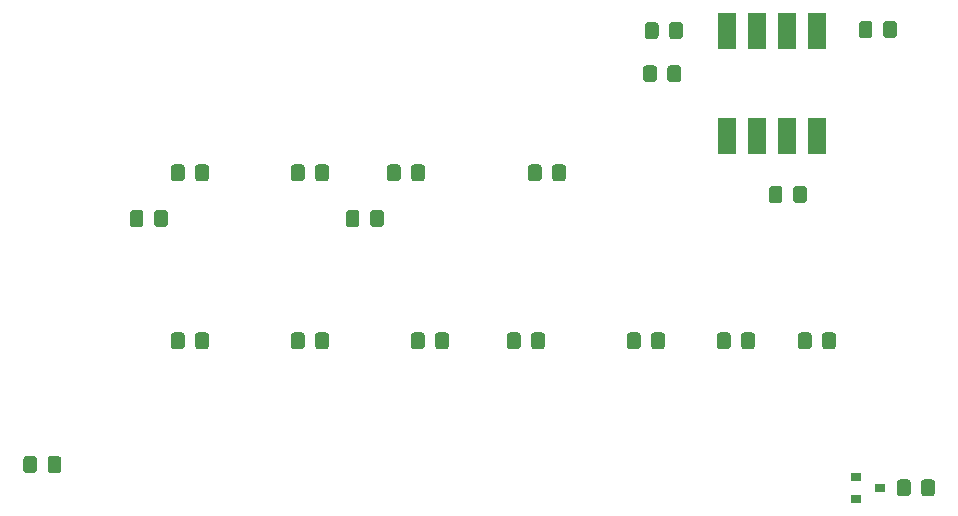
<source format=gbr>
G04 #@! TF.GenerationSoftware,KiCad,Pcbnew,(5.1.5-0-10_14)*
G04 #@! TF.CreationDate,2020-09-12T12:44:00+03:00*
G04 #@! TF.ProjectId,midi_splitter,6d696469-5f73-4706-9c69-747465722e6b,rev?*
G04 #@! TF.SameCoordinates,Original*
G04 #@! TF.FileFunction,Paste,Top*
G04 #@! TF.FilePolarity,Positive*
%FSLAX46Y46*%
G04 Gerber Fmt 4.6, Leading zero omitted, Abs format (unit mm)*
G04 Created by KiCad (PCBNEW (5.1.5-0-10_14)) date 2020-09-12 12:44:00*
%MOMM*%
%LPD*%
G04 APERTURE LIST*
%ADD10C,0.100000*%
%ADD11R,1.600000X3.100000*%
%ADD12R,0.900000X0.800000*%
G04 APERTURE END LIST*
D10*
G36*
X165124505Y-95151204D02*
G01*
X165148773Y-95154804D01*
X165172572Y-95160765D01*
X165195671Y-95169030D01*
X165217850Y-95179520D01*
X165238893Y-95192132D01*
X165258599Y-95206747D01*
X165276777Y-95223223D01*
X165293253Y-95241401D01*
X165307868Y-95261107D01*
X165320480Y-95282150D01*
X165330970Y-95304329D01*
X165339235Y-95327428D01*
X165345196Y-95351227D01*
X165348796Y-95375495D01*
X165350000Y-95399999D01*
X165350000Y-96300001D01*
X165348796Y-96324505D01*
X165345196Y-96348773D01*
X165339235Y-96372572D01*
X165330970Y-96395671D01*
X165320480Y-96417850D01*
X165307868Y-96438893D01*
X165293253Y-96458599D01*
X165276777Y-96476777D01*
X165258599Y-96493253D01*
X165238893Y-96507868D01*
X165217850Y-96520480D01*
X165195671Y-96530970D01*
X165172572Y-96539235D01*
X165148773Y-96545196D01*
X165124505Y-96548796D01*
X165100001Y-96550000D01*
X164449999Y-96550000D01*
X164425495Y-96548796D01*
X164401227Y-96545196D01*
X164377428Y-96539235D01*
X164354329Y-96530970D01*
X164332150Y-96520480D01*
X164311107Y-96507868D01*
X164291401Y-96493253D01*
X164273223Y-96476777D01*
X164256747Y-96458599D01*
X164242132Y-96438893D01*
X164229520Y-96417850D01*
X164219030Y-96395671D01*
X164210765Y-96372572D01*
X164204804Y-96348773D01*
X164201204Y-96324505D01*
X164200000Y-96300001D01*
X164200000Y-95399999D01*
X164201204Y-95375495D01*
X164204804Y-95351227D01*
X164210765Y-95327428D01*
X164219030Y-95304329D01*
X164229520Y-95282150D01*
X164242132Y-95261107D01*
X164256747Y-95241401D01*
X164273223Y-95223223D01*
X164291401Y-95206747D01*
X164311107Y-95192132D01*
X164332150Y-95179520D01*
X164354329Y-95169030D01*
X164377428Y-95160765D01*
X164401227Y-95154804D01*
X164425495Y-95151204D01*
X164449999Y-95150000D01*
X165100001Y-95150000D01*
X165124505Y-95151204D01*
G37*
G36*
X163074505Y-95151204D02*
G01*
X163098773Y-95154804D01*
X163122572Y-95160765D01*
X163145671Y-95169030D01*
X163167850Y-95179520D01*
X163188893Y-95192132D01*
X163208599Y-95206747D01*
X163226777Y-95223223D01*
X163243253Y-95241401D01*
X163257868Y-95261107D01*
X163270480Y-95282150D01*
X163280970Y-95304329D01*
X163289235Y-95327428D01*
X163295196Y-95351227D01*
X163298796Y-95375495D01*
X163300000Y-95399999D01*
X163300000Y-96300001D01*
X163298796Y-96324505D01*
X163295196Y-96348773D01*
X163289235Y-96372572D01*
X163280970Y-96395671D01*
X163270480Y-96417850D01*
X163257868Y-96438893D01*
X163243253Y-96458599D01*
X163226777Y-96476777D01*
X163208599Y-96493253D01*
X163188893Y-96507868D01*
X163167850Y-96520480D01*
X163145671Y-96530970D01*
X163122572Y-96539235D01*
X163098773Y-96545196D01*
X163074505Y-96548796D01*
X163050001Y-96550000D01*
X162399999Y-96550000D01*
X162375495Y-96548796D01*
X162351227Y-96545196D01*
X162327428Y-96539235D01*
X162304329Y-96530970D01*
X162282150Y-96520480D01*
X162261107Y-96507868D01*
X162241401Y-96493253D01*
X162223223Y-96476777D01*
X162206747Y-96458599D01*
X162192132Y-96438893D01*
X162179520Y-96417850D01*
X162169030Y-96395671D01*
X162160765Y-96372572D01*
X162154804Y-96348773D01*
X162151204Y-96324505D01*
X162150000Y-96300001D01*
X162150000Y-95399999D01*
X162151204Y-95375495D01*
X162154804Y-95351227D01*
X162160765Y-95327428D01*
X162169030Y-95304329D01*
X162179520Y-95282150D01*
X162192132Y-95261107D01*
X162206747Y-95241401D01*
X162223223Y-95223223D01*
X162241401Y-95206747D01*
X162261107Y-95192132D01*
X162282150Y-95179520D01*
X162304329Y-95169030D01*
X162327428Y-95160765D01*
X162351227Y-95154804D01*
X162375495Y-95151204D01*
X162399999Y-95150000D01*
X163050001Y-95150000D01*
X163074505Y-95151204D01*
G37*
G36*
X137754505Y-111061204D02*
G01*
X137778773Y-111064804D01*
X137802572Y-111070765D01*
X137825671Y-111079030D01*
X137847850Y-111089520D01*
X137868893Y-111102132D01*
X137888599Y-111116747D01*
X137906777Y-111133223D01*
X137923253Y-111151401D01*
X137937868Y-111171107D01*
X137950480Y-111192150D01*
X137960970Y-111214329D01*
X137969235Y-111237428D01*
X137975196Y-111261227D01*
X137978796Y-111285495D01*
X137980000Y-111309999D01*
X137980000Y-112210001D01*
X137978796Y-112234505D01*
X137975196Y-112258773D01*
X137969235Y-112282572D01*
X137960970Y-112305671D01*
X137950480Y-112327850D01*
X137937868Y-112348893D01*
X137923253Y-112368599D01*
X137906777Y-112386777D01*
X137888599Y-112403253D01*
X137868893Y-112417868D01*
X137847850Y-112430480D01*
X137825671Y-112440970D01*
X137802572Y-112449235D01*
X137778773Y-112455196D01*
X137754505Y-112458796D01*
X137730001Y-112460000D01*
X137079999Y-112460000D01*
X137055495Y-112458796D01*
X137031227Y-112455196D01*
X137007428Y-112449235D01*
X136984329Y-112440970D01*
X136962150Y-112430480D01*
X136941107Y-112417868D01*
X136921401Y-112403253D01*
X136903223Y-112386777D01*
X136886747Y-112368599D01*
X136872132Y-112348893D01*
X136859520Y-112327850D01*
X136849030Y-112305671D01*
X136840765Y-112282572D01*
X136834804Y-112258773D01*
X136831204Y-112234505D01*
X136830000Y-112210001D01*
X136830000Y-111309999D01*
X136831204Y-111285495D01*
X136834804Y-111261227D01*
X136840765Y-111237428D01*
X136849030Y-111214329D01*
X136859520Y-111192150D01*
X136872132Y-111171107D01*
X136886747Y-111151401D01*
X136903223Y-111133223D01*
X136921401Y-111116747D01*
X136941107Y-111102132D01*
X136962150Y-111089520D01*
X136984329Y-111079030D01*
X137007428Y-111070765D01*
X137031227Y-111064804D01*
X137055495Y-111061204D01*
X137079999Y-111060000D01*
X137730001Y-111060000D01*
X137754505Y-111061204D01*
G37*
G36*
X139804505Y-111061204D02*
G01*
X139828773Y-111064804D01*
X139852572Y-111070765D01*
X139875671Y-111079030D01*
X139897850Y-111089520D01*
X139918893Y-111102132D01*
X139938599Y-111116747D01*
X139956777Y-111133223D01*
X139973253Y-111151401D01*
X139987868Y-111171107D01*
X140000480Y-111192150D01*
X140010970Y-111214329D01*
X140019235Y-111237428D01*
X140025196Y-111261227D01*
X140028796Y-111285495D01*
X140030000Y-111309999D01*
X140030000Y-112210001D01*
X140028796Y-112234505D01*
X140025196Y-112258773D01*
X140019235Y-112282572D01*
X140010970Y-112305671D01*
X140000480Y-112327850D01*
X139987868Y-112348893D01*
X139973253Y-112368599D01*
X139956777Y-112386777D01*
X139938599Y-112403253D01*
X139918893Y-112417868D01*
X139897850Y-112430480D01*
X139875671Y-112440970D01*
X139852572Y-112449235D01*
X139828773Y-112455196D01*
X139804505Y-112458796D01*
X139780001Y-112460000D01*
X139129999Y-112460000D01*
X139105495Y-112458796D01*
X139081227Y-112455196D01*
X139057428Y-112449235D01*
X139034329Y-112440970D01*
X139012150Y-112430480D01*
X138991107Y-112417868D01*
X138971401Y-112403253D01*
X138953223Y-112386777D01*
X138936747Y-112368599D01*
X138922132Y-112348893D01*
X138909520Y-112327850D01*
X138899030Y-112305671D01*
X138890765Y-112282572D01*
X138884804Y-112258773D01*
X138881204Y-112234505D01*
X138880000Y-112210001D01*
X138880000Y-111309999D01*
X138881204Y-111285495D01*
X138884804Y-111261227D01*
X138890765Y-111237428D01*
X138899030Y-111214329D01*
X138909520Y-111192150D01*
X138922132Y-111171107D01*
X138936747Y-111151401D01*
X138953223Y-111133223D01*
X138971401Y-111116747D01*
X138991107Y-111102132D01*
X139012150Y-111089520D01*
X139034329Y-111079030D01*
X139057428Y-111070765D01*
X139081227Y-111064804D01*
X139105495Y-111061204D01*
X139129999Y-111060000D01*
X139780001Y-111060000D01*
X139804505Y-111061204D01*
G37*
G36*
X119466505Y-111061204D02*
G01*
X119490773Y-111064804D01*
X119514572Y-111070765D01*
X119537671Y-111079030D01*
X119559850Y-111089520D01*
X119580893Y-111102132D01*
X119600599Y-111116747D01*
X119618777Y-111133223D01*
X119635253Y-111151401D01*
X119649868Y-111171107D01*
X119662480Y-111192150D01*
X119672970Y-111214329D01*
X119681235Y-111237428D01*
X119687196Y-111261227D01*
X119690796Y-111285495D01*
X119692000Y-111309999D01*
X119692000Y-112210001D01*
X119690796Y-112234505D01*
X119687196Y-112258773D01*
X119681235Y-112282572D01*
X119672970Y-112305671D01*
X119662480Y-112327850D01*
X119649868Y-112348893D01*
X119635253Y-112368599D01*
X119618777Y-112386777D01*
X119600599Y-112403253D01*
X119580893Y-112417868D01*
X119559850Y-112430480D01*
X119537671Y-112440970D01*
X119514572Y-112449235D01*
X119490773Y-112455196D01*
X119466505Y-112458796D01*
X119442001Y-112460000D01*
X118791999Y-112460000D01*
X118767495Y-112458796D01*
X118743227Y-112455196D01*
X118719428Y-112449235D01*
X118696329Y-112440970D01*
X118674150Y-112430480D01*
X118653107Y-112417868D01*
X118633401Y-112403253D01*
X118615223Y-112386777D01*
X118598747Y-112368599D01*
X118584132Y-112348893D01*
X118571520Y-112327850D01*
X118561030Y-112305671D01*
X118552765Y-112282572D01*
X118546804Y-112258773D01*
X118543204Y-112234505D01*
X118542000Y-112210001D01*
X118542000Y-111309999D01*
X118543204Y-111285495D01*
X118546804Y-111261227D01*
X118552765Y-111237428D01*
X118561030Y-111214329D01*
X118571520Y-111192150D01*
X118584132Y-111171107D01*
X118598747Y-111151401D01*
X118615223Y-111133223D01*
X118633401Y-111116747D01*
X118653107Y-111102132D01*
X118674150Y-111089520D01*
X118696329Y-111079030D01*
X118719428Y-111070765D01*
X118743227Y-111064804D01*
X118767495Y-111061204D01*
X118791999Y-111060000D01*
X119442001Y-111060000D01*
X119466505Y-111061204D01*
G37*
G36*
X121516505Y-111061204D02*
G01*
X121540773Y-111064804D01*
X121564572Y-111070765D01*
X121587671Y-111079030D01*
X121609850Y-111089520D01*
X121630893Y-111102132D01*
X121650599Y-111116747D01*
X121668777Y-111133223D01*
X121685253Y-111151401D01*
X121699868Y-111171107D01*
X121712480Y-111192150D01*
X121722970Y-111214329D01*
X121731235Y-111237428D01*
X121737196Y-111261227D01*
X121740796Y-111285495D01*
X121742000Y-111309999D01*
X121742000Y-112210001D01*
X121740796Y-112234505D01*
X121737196Y-112258773D01*
X121731235Y-112282572D01*
X121722970Y-112305671D01*
X121712480Y-112327850D01*
X121699868Y-112348893D01*
X121685253Y-112368599D01*
X121668777Y-112386777D01*
X121650599Y-112403253D01*
X121630893Y-112417868D01*
X121609850Y-112430480D01*
X121587671Y-112440970D01*
X121564572Y-112449235D01*
X121540773Y-112455196D01*
X121516505Y-112458796D01*
X121492001Y-112460000D01*
X120841999Y-112460000D01*
X120817495Y-112458796D01*
X120793227Y-112455196D01*
X120769428Y-112449235D01*
X120746329Y-112440970D01*
X120724150Y-112430480D01*
X120703107Y-112417868D01*
X120683401Y-112403253D01*
X120665223Y-112386777D01*
X120648747Y-112368599D01*
X120634132Y-112348893D01*
X120621520Y-112327850D01*
X120611030Y-112305671D01*
X120602765Y-112282572D01*
X120596804Y-112258773D01*
X120593204Y-112234505D01*
X120592000Y-112210001D01*
X120592000Y-111309999D01*
X120593204Y-111285495D01*
X120596804Y-111261227D01*
X120602765Y-111237428D01*
X120611030Y-111214329D01*
X120621520Y-111192150D01*
X120634132Y-111171107D01*
X120648747Y-111151401D01*
X120665223Y-111133223D01*
X120683401Y-111116747D01*
X120703107Y-111102132D01*
X120724150Y-111089520D01*
X120746329Y-111079030D01*
X120769428Y-111070765D01*
X120793227Y-111064804D01*
X120817495Y-111061204D01*
X120841999Y-111060000D01*
X121492001Y-111060000D01*
X121516505Y-111061204D01*
G37*
G36*
X164974505Y-98801204D02*
G01*
X164998773Y-98804804D01*
X165022572Y-98810765D01*
X165045671Y-98819030D01*
X165067850Y-98829520D01*
X165088893Y-98842132D01*
X165108599Y-98856747D01*
X165126777Y-98873223D01*
X165143253Y-98891401D01*
X165157868Y-98911107D01*
X165170480Y-98932150D01*
X165180970Y-98954329D01*
X165189235Y-98977428D01*
X165195196Y-99001227D01*
X165198796Y-99025495D01*
X165200000Y-99049999D01*
X165200000Y-99950001D01*
X165198796Y-99974505D01*
X165195196Y-99998773D01*
X165189235Y-100022572D01*
X165180970Y-100045671D01*
X165170480Y-100067850D01*
X165157868Y-100088893D01*
X165143253Y-100108599D01*
X165126777Y-100126777D01*
X165108599Y-100143253D01*
X165088893Y-100157868D01*
X165067850Y-100170480D01*
X165045671Y-100180970D01*
X165022572Y-100189235D01*
X164998773Y-100195196D01*
X164974505Y-100198796D01*
X164950001Y-100200000D01*
X164299999Y-100200000D01*
X164275495Y-100198796D01*
X164251227Y-100195196D01*
X164227428Y-100189235D01*
X164204329Y-100180970D01*
X164182150Y-100170480D01*
X164161107Y-100157868D01*
X164141401Y-100143253D01*
X164123223Y-100126777D01*
X164106747Y-100108599D01*
X164092132Y-100088893D01*
X164079520Y-100067850D01*
X164069030Y-100045671D01*
X164060765Y-100022572D01*
X164054804Y-99998773D01*
X164051204Y-99974505D01*
X164050000Y-99950001D01*
X164050000Y-99049999D01*
X164051204Y-99025495D01*
X164054804Y-99001227D01*
X164060765Y-98977428D01*
X164069030Y-98954329D01*
X164079520Y-98932150D01*
X164092132Y-98911107D01*
X164106747Y-98891401D01*
X164123223Y-98873223D01*
X164141401Y-98856747D01*
X164161107Y-98842132D01*
X164182150Y-98829520D01*
X164204329Y-98819030D01*
X164227428Y-98810765D01*
X164251227Y-98804804D01*
X164275495Y-98801204D01*
X164299999Y-98800000D01*
X164950001Y-98800000D01*
X164974505Y-98801204D01*
G37*
G36*
X162924505Y-98801204D02*
G01*
X162948773Y-98804804D01*
X162972572Y-98810765D01*
X162995671Y-98819030D01*
X163017850Y-98829520D01*
X163038893Y-98842132D01*
X163058599Y-98856747D01*
X163076777Y-98873223D01*
X163093253Y-98891401D01*
X163107868Y-98911107D01*
X163120480Y-98932150D01*
X163130970Y-98954329D01*
X163139235Y-98977428D01*
X163145196Y-99001227D01*
X163148796Y-99025495D01*
X163150000Y-99049999D01*
X163150000Y-99950001D01*
X163148796Y-99974505D01*
X163145196Y-99998773D01*
X163139235Y-100022572D01*
X163130970Y-100045671D01*
X163120480Y-100067850D01*
X163107868Y-100088893D01*
X163093253Y-100108599D01*
X163076777Y-100126777D01*
X163058599Y-100143253D01*
X163038893Y-100157868D01*
X163017850Y-100170480D01*
X162995671Y-100180970D01*
X162972572Y-100189235D01*
X162948773Y-100195196D01*
X162924505Y-100198796D01*
X162900001Y-100200000D01*
X162249999Y-100200000D01*
X162225495Y-100198796D01*
X162201227Y-100195196D01*
X162177428Y-100189235D01*
X162154329Y-100180970D01*
X162132150Y-100170480D01*
X162111107Y-100157868D01*
X162091401Y-100143253D01*
X162073223Y-100126777D01*
X162056747Y-100108599D01*
X162042132Y-100088893D01*
X162029520Y-100067850D01*
X162019030Y-100045671D01*
X162010765Y-100022572D01*
X162004804Y-99998773D01*
X162001204Y-99974505D01*
X162000000Y-99950001D01*
X162000000Y-99049999D01*
X162001204Y-99025495D01*
X162004804Y-99001227D01*
X162010765Y-98977428D01*
X162019030Y-98954329D01*
X162029520Y-98932150D01*
X162042132Y-98911107D01*
X162056747Y-98891401D01*
X162073223Y-98873223D01*
X162091401Y-98856747D01*
X162111107Y-98842132D01*
X162132150Y-98829520D01*
X162154329Y-98819030D01*
X162177428Y-98810765D01*
X162201227Y-98804804D01*
X162225495Y-98801204D01*
X162249999Y-98800000D01*
X162900001Y-98800000D01*
X162924505Y-98801204D01*
G37*
G36*
X124990505Y-121413204D02*
G01*
X125014773Y-121416804D01*
X125038572Y-121422765D01*
X125061671Y-121431030D01*
X125083850Y-121441520D01*
X125104893Y-121454132D01*
X125124599Y-121468747D01*
X125142777Y-121485223D01*
X125159253Y-121503401D01*
X125173868Y-121523107D01*
X125186480Y-121544150D01*
X125196970Y-121566329D01*
X125205235Y-121589428D01*
X125211196Y-121613227D01*
X125214796Y-121637495D01*
X125216000Y-121661999D01*
X125216000Y-122562001D01*
X125214796Y-122586505D01*
X125211196Y-122610773D01*
X125205235Y-122634572D01*
X125196970Y-122657671D01*
X125186480Y-122679850D01*
X125173868Y-122700893D01*
X125159253Y-122720599D01*
X125142777Y-122738777D01*
X125124599Y-122755253D01*
X125104893Y-122769868D01*
X125083850Y-122782480D01*
X125061671Y-122792970D01*
X125038572Y-122801235D01*
X125014773Y-122807196D01*
X124990505Y-122810796D01*
X124966001Y-122812000D01*
X124315999Y-122812000D01*
X124291495Y-122810796D01*
X124267227Y-122807196D01*
X124243428Y-122801235D01*
X124220329Y-122792970D01*
X124198150Y-122782480D01*
X124177107Y-122769868D01*
X124157401Y-122755253D01*
X124139223Y-122738777D01*
X124122747Y-122720599D01*
X124108132Y-122700893D01*
X124095520Y-122679850D01*
X124085030Y-122657671D01*
X124076765Y-122634572D01*
X124070804Y-122610773D01*
X124067204Y-122586505D01*
X124066000Y-122562001D01*
X124066000Y-121661999D01*
X124067204Y-121637495D01*
X124070804Y-121613227D01*
X124076765Y-121589428D01*
X124085030Y-121566329D01*
X124095520Y-121544150D01*
X124108132Y-121523107D01*
X124122747Y-121503401D01*
X124139223Y-121485223D01*
X124157401Y-121468747D01*
X124177107Y-121454132D01*
X124198150Y-121441520D01*
X124220329Y-121431030D01*
X124243428Y-121422765D01*
X124267227Y-121416804D01*
X124291495Y-121413204D01*
X124315999Y-121412000D01*
X124966001Y-121412000D01*
X124990505Y-121413204D01*
G37*
G36*
X122940505Y-121413204D02*
G01*
X122964773Y-121416804D01*
X122988572Y-121422765D01*
X123011671Y-121431030D01*
X123033850Y-121441520D01*
X123054893Y-121454132D01*
X123074599Y-121468747D01*
X123092777Y-121485223D01*
X123109253Y-121503401D01*
X123123868Y-121523107D01*
X123136480Y-121544150D01*
X123146970Y-121566329D01*
X123155235Y-121589428D01*
X123161196Y-121613227D01*
X123164796Y-121637495D01*
X123166000Y-121661999D01*
X123166000Y-122562001D01*
X123164796Y-122586505D01*
X123161196Y-122610773D01*
X123155235Y-122634572D01*
X123146970Y-122657671D01*
X123136480Y-122679850D01*
X123123868Y-122700893D01*
X123109253Y-122720599D01*
X123092777Y-122738777D01*
X123074599Y-122755253D01*
X123054893Y-122769868D01*
X123033850Y-122782480D01*
X123011671Y-122792970D01*
X122988572Y-122801235D01*
X122964773Y-122807196D01*
X122940505Y-122810796D01*
X122916001Y-122812000D01*
X122265999Y-122812000D01*
X122241495Y-122810796D01*
X122217227Y-122807196D01*
X122193428Y-122801235D01*
X122170329Y-122792970D01*
X122148150Y-122782480D01*
X122127107Y-122769868D01*
X122107401Y-122755253D01*
X122089223Y-122738777D01*
X122072747Y-122720599D01*
X122058132Y-122700893D01*
X122045520Y-122679850D01*
X122035030Y-122657671D01*
X122026765Y-122634572D01*
X122020804Y-122610773D01*
X122017204Y-122586505D01*
X122016000Y-122562001D01*
X122016000Y-121661999D01*
X122017204Y-121637495D01*
X122020804Y-121613227D01*
X122026765Y-121589428D01*
X122035030Y-121566329D01*
X122045520Y-121544150D01*
X122058132Y-121523107D01*
X122072747Y-121503401D01*
X122089223Y-121485223D01*
X122107401Y-121468747D01*
X122127107Y-121454132D01*
X122148150Y-121441520D01*
X122170329Y-121431030D01*
X122193428Y-121422765D01*
X122217227Y-121416804D01*
X122241495Y-121413204D01*
X122265999Y-121412000D01*
X122916001Y-121412000D01*
X122940505Y-121413204D01*
G37*
G36*
X135150505Y-121413204D02*
G01*
X135174773Y-121416804D01*
X135198572Y-121422765D01*
X135221671Y-121431030D01*
X135243850Y-121441520D01*
X135264893Y-121454132D01*
X135284599Y-121468747D01*
X135302777Y-121485223D01*
X135319253Y-121503401D01*
X135333868Y-121523107D01*
X135346480Y-121544150D01*
X135356970Y-121566329D01*
X135365235Y-121589428D01*
X135371196Y-121613227D01*
X135374796Y-121637495D01*
X135376000Y-121661999D01*
X135376000Y-122562001D01*
X135374796Y-122586505D01*
X135371196Y-122610773D01*
X135365235Y-122634572D01*
X135356970Y-122657671D01*
X135346480Y-122679850D01*
X135333868Y-122700893D01*
X135319253Y-122720599D01*
X135302777Y-122738777D01*
X135284599Y-122755253D01*
X135264893Y-122769868D01*
X135243850Y-122782480D01*
X135221671Y-122792970D01*
X135198572Y-122801235D01*
X135174773Y-122807196D01*
X135150505Y-122810796D01*
X135126001Y-122812000D01*
X134475999Y-122812000D01*
X134451495Y-122810796D01*
X134427227Y-122807196D01*
X134403428Y-122801235D01*
X134380329Y-122792970D01*
X134358150Y-122782480D01*
X134337107Y-122769868D01*
X134317401Y-122755253D01*
X134299223Y-122738777D01*
X134282747Y-122720599D01*
X134268132Y-122700893D01*
X134255520Y-122679850D01*
X134245030Y-122657671D01*
X134236765Y-122634572D01*
X134230804Y-122610773D01*
X134227204Y-122586505D01*
X134226000Y-122562001D01*
X134226000Y-121661999D01*
X134227204Y-121637495D01*
X134230804Y-121613227D01*
X134236765Y-121589428D01*
X134245030Y-121566329D01*
X134255520Y-121544150D01*
X134268132Y-121523107D01*
X134282747Y-121503401D01*
X134299223Y-121485223D01*
X134317401Y-121468747D01*
X134337107Y-121454132D01*
X134358150Y-121441520D01*
X134380329Y-121431030D01*
X134403428Y-121422765D01*
X134427227Y-121416804D01*
X134451495Y-121413204D01*
X134475999Y-121412000D01*
X135126001Y-121412000D01*
X135150505Y-121413204D01*
G37*
G36*
X133100505Y-121413204D02*
G01*
X133124773Y-121416804D01*
X133148572Y-121422765D01*
X133171671Y-121431030D01*
X133193850Y-121441520D01*
X133214893Y-121454132D01*
X133234599Y-121468747D01*
X133252777Y-121485223D01*
X133269253Y-121503401D01*
X133283868Y-121523107D01*
X133296480Y-121544150D01*
X133306970Y-121566329D01*
X133315235Y-121589428D01*
X133321196Y-121613227D01*
X133324796Y-121637495D01*
X133326000Y-121661999D01*
X133326000Y-122562001D01*
X133324796Y-122586505D01*
X133321196Y-122610773D01*
X133315235Y-122634572D01*
X133306970Y-122657671D01*
X133296480Y-122679850D01*
X133283868Y-122700893D01*
X133269253Y-122720599D01*
X133252777Y-122738777D01*
X133234599Y-122755253D01*
X133214893Y-122769868D01*
X133193850Y-122782480D01*
X133171671Y-122792970D01*
X133148572Y-122801235D01*
X133124773Y-122807196D01*
X133100505Y-122810796D01*
X133076001Y-122812000D01*
X132425999Y-122812000D01*
X132401495Y-122810796D01*
X132377227Y-122807196D01*
X132353428Y-122801235D01*
X132330329Y-122792970D01*
X132308150Y-122782480D01*
X132287107Y-122769868D01*
X132267401Y-122755253D01*
X132249223Y-122738777D01*
X132232747Y-122720599D01*
X132218132Y-122700893D01*
X132205520Y-122679850D01*
X132195030Y-122657671D01*
X132186765Y-122634572D01*
X132180804Y-122610773D01*
X132177204Y-122586505D01*
X132176000Y-122562001D01*
X132176000Y-121661999D01*
X132177204Y-121637495D01*
X132180804Y-121613227D01*
X132186765Y-121589428D01*
X132195030Y-121566329D01*
X132205520Y-121544150D01*
X132218132Y-121523107D01*
X132232747Y-121503401D01*
X132249223Y-121485223D01*
X132267401Y-121468747D01*
X132287107Y-121454132D01*
X132308150Y-121441520D01*
X132330329Y-121431030D01*
X132353428Y-121422765D01*
X132377227Y-121416804D01*
X132401495Y-121413204D01*
X132425999Y-121412000D01*
X133076001Y-121412000D01*
X133100505Y-121413204D01*
G37*
G36*
X173568505Y-109029204D02*
G01*
X173592773Y-109032804D01*
X173616572Y-109038765D01*
X173639671Y-109047030D01*
X173661850Y-109057520D01*
X173682893Y-109070132D01*
X173702599Y-109084747D01*
X173720777Y-109101223D01*
X173737253Y-109119401D01*
X173751868Y-109139107D01*
X173764480Y-109160150D01*
X173774970Y-109182329D01*
X173783235Y-109205428D01*
X173789196Y-109229227D01*
X173792796Y-109253495D01*
X173794000Y-109277999D01*
X173794000Y-110178001D01*
X173792796Y-110202505D01*
X173789196Y-110226773D01*
X173783235Y-110250572D01*
X173774970Y-110273671D01*
X173764480Y-110295850D01*
X173751868Y-110316893D01*
X173737253Y-110336599D01*
X173720777Y-110354777D01*
X173702599Y-110371253D01*
X173682893Y-110385868D01*
X173661850Y-110398480D01*
X173639671Y-110408970D01*
X173616572Y-110417235D01*
X173592773Y-110423196D01*
X173568505Y-110426796D01*
X173544001Y-110428000D01*
X172893999Y-110428000D01*
X172869495Y-110426796D01*
X172845227Y-110423196D01*
X172821428Y-110417235D01*
X172798329Y-110408970D01*
X172776150Y-110398480D01*
X172755107Y-110385868D01*
X172735401Y-110371253D01*
X172717223Y-110354777D01*
X172700747Y-110336599D01*
X172686132Y-110316893D01*
X172673520Y-110295850D01*
X172663030Y-110273671D01*
X172654765Y-110250572D01*
X172648804Y-110226773D01*
X172645204Y-110202505D01*
X172644000Y-110178001D01*
X172644000Y-109277999D01*
X172645204Y-109253495D01*
X172648804Y-109229227D01*
X172654765Y-109205428D01*
X172663030Y-109182329D01*
X172673520Y-109160150D01*
X172686132Y-109139107D01*
X172700747Y-109119401D01*
X172717223Y-109101223D01*
X172735401Y-109084747D01*
X172755107Y-109070132D01*
X172776150Y-109057520D01*
X172798329Y-109047030D01*
X172821428Y-109038765D01*
X172845227Y-109032804D01*
X172869495Y-109029204D01*
X172893999Y-109028000D01*
X173544001Y-109028000D01*
X173568505Y-109029204D01*
G37*
G36*
X175618505Y-109029204D02*
G01*
X175642773Y-109032804D01*
X175666572Y-109038765D01*
X175689671Y-109047030D01*
X175711850Y-109057520D01*
X175732893Y-109070132D01*
X175752599Y-109084747D01*
X175770777Y-109101223D01*
X175787253Y-109119401D01*
X175801868Y-109139107D01*
X175814480Y-109160150D01*
X175824970Y-109182329D01*
X175833235Y-109205428D01*
X175839196Y-109229227D01*
X175842796Y-109253495D01*
X175844000Y-109277999D01*
X175844000Y-110178001D01*
X175842796Y-110202505D01*
X175839196Y-110226773D01*
X175833235Y-110250572D01*
X175824970Y-110273671D01*
X175814480Y-110295850D01*
X175801868Y-110316893D01*
X175787253Y-110336599D01*
X175770777Y-110354777D01*
X175752599Y-110371253D01*
X175732893Y-110385868D01*
X175711850Y-110398480D01*
X175689671Y-110408970D01*
X175666572Y-110417235D01*
X175642773Y-110423196D01*
X175618505Y-110426796D01*
X175594001Y-110428000D01*
X174943999Y-110428000D01*
X174919495Y-110426796D01*
X174895227Y-110423196D01*
X174871428Y-110417235D01*
X174848329Y-110408970D01*
X174826150Y-110398480D01*
X174805107Y-110385868D01*
X174785401Y-110371253D01*
X174767223Y-110354777D01*
X174750747Y-110336599D01*
X174736132Y-110316893D01*
X174723520Y-110295850D01*
X174713030Y-110273671D01*
X174704765Y-110250572D01*
X174698804Y-110226773D01*
X174695204Y-110202505D01*
X174694000Y-110178001D01*
X174694000Y-109277999D01*
X174695204Y-109253495D01*
X174698804Y-109229227D01*
X174704765Y-109205428D01*
X174713030Y-109182329D01*
X174723520Y-109160150D01*
X174736132Y-109139107D01*
X174750747Y-109119401D01*
X174767223Y-109101223D01*
X174785401Y-109084747D01*
X174805107Y-109070132D01*
X174826150Y-109057520D01*
X174848329Y-109047030D01*
X174871428Y-109038765D01*
X174895227Y-109032804D01*
X174919495Y-109029204D01*
X174943999Y-109028000D01*
X175594001Y-109028000D01*
X175618505Y-109029204D01*
G37*
G36*
X183238505Y-95059204D02*
G01*
X183262773Y-95062804D01*
X183286572Y-95068765D01*
X183309671Y-95077030D01*
X183331850Y-95087520D01*
X183352893Y-95100132D01*
X183372599Y-95114747D01*
X183390777Y-95131223D01*
X183407253Y-95149401D01*
X183421868Y-95169107D01*
X183434480Y-95190150D01*
X183444970Y-95212329D01*
X183453235Y-95235428D01*
X183459196Y-95259227D01*
X183462796Y-95283495D01*
X183464000Y-95307999D01*
X183464000Y-96208001D01*
X183462796Y-96232505D01*
X183459196Y-96256773D01*
X183453235Y-96280572D01*
X183444970Y-96303671D01*
X183434480Y-96325850D01*
X183421868Y-96346893D01*
X183407253Y-96366599D01*
X183390777Y-96384777D01*
X183372599Y-96401253D01*
X183352893Y-96415868D01*
X183331850Y-96428480D01*
X183309671Y-96438970D01*
X183286572Y-96447235D01*
X183262773Y-96453196D01*
X183238505Y-96456796D01*
X183214001Y-96458000D01*
X182563999Y-96458000D01*
X182539495Y-96456796D01*
X182515227Y-96453196D01*
X182491428Y-96447235D01*
X182468329Y-96438970D01*
X182446150Y-96428480D01*
X182425107Y-96415868D01*
X182405401Y-96401253D01*
X182387223Y-96384777D01*
X182370747Y-96366599D01*
X182356132Y-96346893D01*
X182343520Y-96325850D01*
X182333030Y-96303671D01*
X182324765Y-96280572D01*
X182318804Y-96256773D01*
X182315204Y-96232505D01*
X182314000Y-96208001D01*
X182314000Y-95307999D01*
X182315204Y-95283495D01*
X182318804Y-95259227D01*
X182324765Y-95235428D01*
X182333030Y-95212329D01*
X182343520Y-95190150D01*
X182356132Y-95169107D01*
X182370747Y-95149401D01*
X182387223Y-95131223D01*
X182405401Y-95114747D01*
X182425107Y-95100132D01*
X182446150Y-95087520D01*
X182468329Y-95077030D01*
X182491428Y-95068765D01*
X182515227Y-95062804D01*
X182539495Y-95059204D01*
X182563999Y-95058000D01*
X183214001Y-95058000D01*
X183238505Y-95059204D01*
G37*
G36*
X181188505Y-95059204D02*
G01*
X181212773Y-95062804D01*
X181236572Y-95068765D01*
X181259671Y-95077030D01*
X181281850Y-95087520D01*
X181302893Y-95100132D01*
X181322599Y-95114747D01*
X181340777Y-95131223D01*
X181357253Y-95149401D01*
X181371868Y-95169107D01*
X181384480Y-95190150D01*
X181394970Y-95212329D01*
X181403235Y-95235428D01*
X181409196Y-95259227D01*
X181412796Y-95283495D01*
X181414000Y-95307999D01*
X181414000Y-96208001D01*
X181412796Y-96232505D01*
X181409196Y-96256773D01*
X181403235Y-96280572D01*
X181394970Y-96303671D01*
X181384480Y-96325850D01*
X181371868Y-96346893D01*
X181357253Y-96366599D01*
X181340777Y-96384777D01*
X181322599Y-96401253D01*
X181302893Y-96415868D01*
X181281850Y-96428480D01*
X181259671Y-96438970D01*
X181236572Y-96447235D01*
X181212773Y-96453196D01*
X181188505Y-96456796D01*
X181164001Y-96458000D01*
X180513999Y-96458000D01*
X180489495Y-96456796D01*
X180465227Y-96453196D01*
X180441428Y-96447235D01*
X180418329Y-96438970D01*
X180396150Y-96428480D01*
X180375107Y-96415868D01*
X180355401Y-96401253D01*
X180337223Y-96384777D01*
X180320747Y-96366599D01*
X180306132Y-96346893D01*
X180293520Y-96325850D01*
X180283030Y-96303671D01*
X180274765Y-96280572D01*
X180268804Y-96256773D01*
X180265204Y-96232505D01*
X180264000Y-96208001D01*
X180264000Y-95307999D01*
X180265204Y-95283495D01*
X180268804Y-95259227D01*
X180274765Y-95235428D01*
X180283030Y-95212329D01*
X180293520Y-95190150D01*
X180306132Y-95169107D01*
X180320747Y-95149401D01*
X180337223Y-95131223D01*
X180355401Y-95114747D01*
X180375107Y-95100132D01*
X180396150Y-95087520D01*
X180418329Y-95077030D01*
X180441428Y-95068765D01*
X180465227Y-95062804D01*
X180489495Y-95059204D01*
X180513999Y-95058000D01*
X181164001Y-95058000D01*
X181188505Y-95059204D01*
G37*
G36*
X145310505Y-121413204D02*
G01*
X145334773Y-121416804D01*
X145358572Y-121422765D01*
X145381671Y-121431030D01*
X145403850Y-121441520D01*
X145424893Y-121454132D01*
X145444599Y-121468747D01*
X145462777Y-121485223D01*
X145479253Y-121503401D01*
X145493868Y-121523107D01*
X145506480Y-121544150D01*
X145516970Y-121566329D01*
X145525235Y-121589428D01*
X145531196Y-121613227D01*
X145534796Y-121637495D01*
X145536000Y-121661999D01*
X145536000Y-122562001D01*
X145534796Y-122586505D01*
X145531196Y-122610773D01*
X145525235Y-122634572D01*
X145516970Y-122657671D01*
X145506480Y-122679850D01*
X145493868Y-122700893D01*
X145479253Y-122720599D01*
X145462777Y-122738777D01*
X145444599Y-122755253D01*
X145424893Y-122769868D01*
X145403850Y-122782480D01*
X145381671Y-122792970D01*
X145358572Y-122801235D01*
X145334773Y-122807196D01*
X145310505Y-122810796D01*
X145286001Y-122812000D01*
X144635999Y-122812000D01*
X144611495Y-122810796D01*
X144587227Y-122807196D01*
X144563428Y-122801235D01*
X144540329Y-122792970D01*
X144518150Y-122782480D01*
X144497107Y-122769868D01*
X144477401Y-122755253D01*
X144459223Y-122738777D01*
X144442747Y-122720599D01*
X144428132Y-122700893D01*
X144415520Y-122679850D01*
X144405030Y-122657671D01*
X144396765Y-122634572D01*
X144390804Y-122610773D01*
X144387204Y-122586505D01*
X144386000Y-122562001D01*
X144386000Y-121661999D01*
X144387204Y-121637495D01*
X144390804Y-121613227D01*
X144396765Y-121589428D01*
X144405030Y-121566329D01*
X144415520Y-121544150D01*
X144428132Y-121523107D01*
X144442747Y-121503401D01*
X144459223Y-121485223D01*
X144477401Y-121468747D01*
X144497107Y-121454132D01*
X144518150Y-121441520D01*
X144540329Y-121431030D01*
X144563428Y-121422765D01*
X144587227Y-121416804D01*
X144611495Y-121413204D01*
X144635999Y-121412000D01*
X145286001Y-121412000D01*
X145310505Y-121413204D01*
G37*
G36*
X143260505Y-121413204D02*
G01*
X143284773Y-121416804D01*
X143308572Y-121422765D01*
X143331671Y-121431030D01*
X143353850Y-121441520D01*
X143374893Y-121454132D01*
X143394599Y-121468747D01*
X143412777Y-121485223D01*
X143429253Y-121503401D01*
X143443868Y-121523107D01*
X143456480Y-121544150D01*
X143466970Y-121566329D01*
X143475235Y-121589428D01*
X143481196Y-121613227D01*
X143484796Y-121637495D01*
X143486000Y-121661999D01*
X143486000Y-122562001D01*
X143484796Y-122586505D01*
X143481196Y-122610773D01*
X143475235Y-122634572D01*
X143466970Y-122657671D01*
X143456480Y-122679850D01*
X143443868Y-122700893D01*
X143429253Y-122720599D01*
X143412777Y-122738777D01*
X143394599Y-122755253D01*
X143374893Y-122769868D01*
X143353850Y-122782480D01*
X143331671Y-122792970D01*
X143308572Y-122801235D01*
X143284773Y-122807196D01*
X143260505Y-122810796D01*
X143236001Y-122812000D01*
X142585999Y-122812000D01*
X142561495Y-122810796D01*
X142537227Y-122807196D01*
X142513428Y-122801235D01*
X142490329Y-122792970D01*
X142468150Y-122782480D01*
X142447107Y-122769868D01*
X142427401Y-122755253D01*
X142409223Y-122738777D01*
X142392747Y-122720599D01*
X142378132Y-122700893D01*
X142365520Y-122679850D01*
X142355030Y-122657671D01*
X142346765Y-122634572D01*
X142340804Y-122610773D01*
X142337204Y-122586505D01*
X142336000Y-122562001D01*
X142336000Y-121661999D01*
X142337204Y-121637495D01*
X142340804Y-121613227D01*
X142346765Y-121589428D01*
X142355030Y-121566329D01*
X142365520Y-121544150D01*
X142378132Y-121523107D01*
X142392747Y-121503401D01*
X142409223Y-121485223D01*
X142427401Y-121468747D01*
X142447107Y-121454132D01*
X142468150Y-121441520D01*
X142490329Y-121431030D01*
X142513428Y-121422765D01*
X142537227Y-121416804D01*
X142561495Y-121413204D01*
X142585999Y-121412000D01*
X143236001Y-121412000D01*
X143260505Y-121413204D01*
G37*
G36*
X151388505Y-121413204D02*
G01*
X151412773Y-121416804D01*
X151436572Y-121422765D01*
X151459671Y-121431030D01*
X151481850Y-121441520D01*
X151502893Y-121454132D01*
X151522599Y-121468747D01*
X151540777Y-121485223D01*
X151557253Y-121503401D01*
X151571868Y-121523107D01*
X151584480Y-121544150D01*
X151594970Y-121566329D01*
X151603235Y-121589428D01*
X151609196Y-121613227D01*
X151612796Y-121637495D01*
X151614000Y-121661999D01*
X151614000Y-122562001D01*
X151612796Y-122586505D01*
X151609196Y-122610773D01*
X151603235Y-122634572D01*
X151594970Y-122657671D01*
X151584480Y-122679850D01*
X151571868Y-122700893D01*
X151557253Y-122720599D01*
X151540777Y-122738777D01*
X151522599Y-122755253D01*
X151502893Y-122769868D01*
X151481850Y-122782480D01*
X151459671Y-122792970D01*
X151436572Y-122801235D01*
X151412773Y-122807196D01*
X151388505Y-122810796D01*
X151364001Y-122812000D01*
X150713999Y-122812000D01*
X150689495Y-122810796D01*
X150665227Y-122807196D01*
X150641428Y-122801235D01*
X150618329Y-122792970D01*
X150596150Y-122782480D01*
X150575107Y-122769868D01*
X150555401Y-122755253D01*
X150537223Y-122738777D01*
X150520747Y-122720599D01*
X150506132Y-122700893D01*
X150493520Y-122679850D01*
X150483030Y-122657671D01*
X150474765Y-122634572D01*
X150468804Y-122610773D01*
X150465204Y-122586505D01*
X150464000Y-122562001D01*
X150464000Y-121661999D01*
X150465204Y-121637495D01*
X150468804Y-121613227D01*
X150474765Y-121589428D01*
X150483030Y-121566329D01*
X150493520Y-121544150D01*
X150506132Y-121523107D01*
X150520747Y-121503401D01*
X150537223Y-121485223D01*
X150555401Y-121468747D01*
X150575107Y-121454132D01*
X150596150Y-121441520D01*
X150618329Y-121431030D01*
X150641428Y-121422765D01*
X150665227Y-121416804D01*
X150689495Y-121413204D01*
X150713999Y-121412000D01*
X151364001Y-121412000D01*
X151388505Y-121413204D01*
G37*
G36*
X153438505Y-121413204D02*
G01*
X153462773Y-121416804D01*
X153486572Y-121422765D01*
X153509671Y-121431030D01*
X153531850Y-121441520D01*
X153552893Y-121454132D01*
X153572599Y-121468747D01*
X153590777Y-121485223D01*
X153607253Y-121503401D01*
X153621868Y-121523107D01*
X153634480Y-121544150D01*
X153644970Y-121566329D01*
X153653235Y-121589428D01*
X153659196Y-121613227D01*
X153662796Y-121637495D01*
X153664000Y-121661999D01*
X153664000Y-122562001D01*
X153662796Y-122586505D01*
X153659196Y-122610773D01*
X153653235Y-122634572D01*
X153644970Y-122657671D01*
X153634480Y-122679850D01*
X153621868Y-122700893D01*
X153607253Y-122720599D01*
X153590777Y-122738777D01*
X153572599Y-122755253D01*
X153552893Y-122769868D01*
X153531850Y-122782480D01*
X153509671Y-122792970D01*
X153486572Y-122801235D01*
X153462773Y-122807196D01*
X153438505Y-122810796D01*
X153414001Y-122812000D01*
X152763999Y-122812000D01*
X152739495Y-122810796D01*
X152715227Y-122807196D01*
X152691428Y-122801235D01*
X152668329Y-122792970D01*
X152646150Y-122782480D01*
X152625107Y-122769868D01*
X152605401Y-122755253D01*
X152587223Y-122738777D01*
X152570747Y-122720599D01*
X152556132Y-122700893D01*
X152543520Y-122679850D01*
X152533030Y-122657671D01*
X152524765Y-122634572D01*
X152518804Y-122610773D01*
X152515204Y-122586505D01*
X152514000Y-122562001D01*
X152514000Y-121661999D01*
X152515204Y-121637495D01*
X152518804Y-121613227D01*
X152524765Y-121589428D01*
X152533030Y-121566329D01*
X152543520Y-121544150D01*
X152556132Y-121523107D01*
X152570747Y-121503401D01*
X152587223Y-121485223D01*
X152605401Y-121468747D01*
X152625107Y-121454132D01*
X152646150Y-121441520D01*
X152668329Y-121431030D01*
X152691428Y-121422765D01*
X152715227Y-121416804D01*
X152739495Y-121413204D01*
X152763999Y-121412000D01*
X153414001Y-121412000D01*
X153438505Y-121413204D01*
G37*
G36*
X161548505Y-121413204D02*
G01*
X161572773Y-121416804D01*
X161596572Y-121422765D01*
X161619671Y-121431030D01*
X161641850Y-121441520D01*
X161662893Y-121454132D01*
X161682599Y-121468747D01*
X161700777Y-121485223D01*
X161717253Y-121503401D01*
X161731868Y-121523107D01*
X161744480Y-121544150D01*
X161754970Y-121566329D01*
X161763235Y-121589428D01*
X161769196Y-121613227D01*
X161772796Y-121637495D01*
X161774000Y-121661999D01*
X161774000Y-122562001D01*
X161772796Y-122586505D01*
X161769196Y-122610773D01*
X161763235Y-122634572D01*
X161754970Y-122657671D01*
X161744480Y-122679850D01*
X161731868Y-122700893D01*
X161717253Y-122720599D01*
X161700777Y-122738777D01*
X161682599Y-122755253D01*
X161662893Y-122769868D01*
X161641850Y-122782480D01*
X161619671Y-122792970D01*
X161596572Y-122801235D01*
X161572773Y-122807196D01*
X161548505Y-122810796D01*
X161524001Y-122812000D01*
X160873999Y-122812000D01*
X160849495Y-122810796D01*
X160825227Y-122807196D01*
X160801428Y-122801235D01*
X160778329Y-122792970D01*
X160756150Y-122782480D01*
X160735107Y-122769868D01*
X160715401Y-122755253D01*
X160697223Y-122738777D01*
X160680747Y-122720599D01*
X160666132Y-122700893D01*
X160653520Y-122679850D01*
X160643030Y-122657671D01*
X160634765Y-122634572D01*
X160628804Y-122610773D01*
X160625204Y-122586505D01*
X160624000Y-122562001D01*
X160624000Y-121661999D01*
X160625204Y-121637495D01*
X160628804Y-121613227D01*
X160634765Y-121589428D01*
X160643030Y-121566329D01*
X160653520Y-121544150D01*
X160666132Y-121523107D01*
X160680747Y-121503401D01*
X160697223Y-121485223D01*
X160715401Y-121468747D01*
X160735107Y-121454132D01*
X160756150Y-121441520D01*
X160778329Y-121431030D01*
X160801428Y-121422765D01*
X160825227Y-121416804D01*
X160849495Y-121413204D01*
X160873999Y-121412000D01*
X161524001Y-121412000D01*
X161548505Y-121413204D01*
G37*
G36*
X163598505Y-121413204D02*
G01*
X163622773Y-121416804D01*
X163646572Y-121422765D01*
X163669671Y-121431030D01*
X163691850Y-121441520D01*
X163712893Y-121454132D01*
X163732599Y-121468747D01*
X163750777Y-121485223D01*
X163767253Y-121503401D01*
X163781868Y-121523107D01*
X163794480Y-121544150D01*
X163804970Y-121566329D01*
X163813235Y-121589428D01*
X163819196Y-121613227D01*
X163822796Y-121637495D01*
X163824000Y-121661999D01*
X163824000Y-122562001D01*
X163822796Y-122586505D01*
X163819196Y-122610773D01*
X163813235Y-122634572D01*
X163804970Y-122657671D01*
X163794480Y-122679850D01*
X163781868Y-122700893D01*
X163767253Y-122720599D01*
X163750777Y-122738777D01*
X163732599Y-122755253D01*
X163712893Y-122769868D01*
X163691850Y-122782480D01*
X163669671Y-122792970D01*
X163646572Y-122801235D01*
X163622773Y-122807196D01*
X163598505Y-122810796D01*
X163574001Y-122812000D01*
X162923999Y-122812000D01*
X162899495Y-122810796D01*
X162875227Y-122807196D01*
X162851428Y-122801235D01*
X162828329Y-122792970D01*
X162806150Y-122782480D01*
X162785107Y-122769868D01*
X162765401Y-122755253D01*
X162747223Y-122738777D01*
X162730747Y-122720599D01*
X162716132Y-122700893D01*
X162703520Y-122679850D01*
X162693030Y-122657671D01*
X162684765Y-122634572D01*
X162678804Y-122610773D01*
X162675204Y-122586505D01*
X162674000Y-122562001D01*
X162674000Y-121661999D01*
X162675204Y-121637495D01*
X162678804Y-121613227D01*
X162684765Y-121589428D01*
X162693030Y-121566329D01*
X162703520Y-121544150D01*
X162716132Y-121523107D01*
X162730747Y-121503401D01*
X162747223Y-121485223D01*
X162765401Y-121468747D01*
X162785107Y-121454132D01*
X162806150Y-121441520D01*
X162828329Y-121431030D01*
X162851428Y-121422765D01*
X162875227Y-121416804D01*
X162899495Y-121413204D01*
X162923999Y-121412000D01*
X163574001Y-121412000D01*
X163598505Y-121413204D01*
G37*
G36*
X169168505Y-121413204D02*
G01*
X169192773Y-121416804D01*
X169216572Y-121422765D01*
X169239671Y-121431030D01*
X169261850Y-121441520D01*
X169282893Y-121454132D01*
X169302599Y-121468747D01*
X169320777Y-121485223D01*
X169337253Y-121503401D01*
X169351868Y-121523107D01*
X169364480Y-121544150D01*
X169374970Y-121566329D01*
X169383235Y-121589428D01*
X169389196Y-121613227D01*
X169392796Y-121637495D01*
X169394000Y-121661999D01*
X169394000Y-122562001D01*
X169392796Y-122586505D01*
X169389196Y-122610773D01*
X169383235Y-122634572D01*
X169374970Y-122657671D01*
X169364480Y-122679850D01*
X169351868Y-122700893D01*
X169337253Y-122720599D01*
X169320777Y-122738777D01*
X169302599Y-122755253D01*
X169282893Y-122769868D01*
X169261850Y-122782480D01*
X169239671Y-122792970D01*
X169216572Y-122801235D01*
X169192773Y-122807196D01*
X169168505Y-122810796D01*
X169144001Y-122812000D01*
X168493999Y-122812000D01*
X168469495Y-122810796D01*
X168445227Y-122807196D01*
X168421428Y-122801235D01*
X168398329Y-122792970D01*
X168376150Y-122782480D01*
X168355107Y-122769868D01*
X168335401Y-122755253D01*
X168317223Y-122738777D01*
X168300747Y-122720599D01*
X168286132Y-122700893D01*
X168273520Y-122679850D01*
X168263030Y-122657671D01*
X168254765Y-122634572D01*
X168248804Y-122610773D01*
X168245204Y-122586505D01*
X168244000Y-122562001D01*
X168244000Y-121661999D01*
X168245204Y-121637495D01*
X168248804Y-121613227D01*
X168254765Y-121589428D01*
X168263030Y-121566329D01*
X168273520Y-121544150D01*
X168286132Y-121523107D01*
X168300747Y-121503401D01*
X168317223Y-121485223D01*
X168335401Y-121468747D01*
X168355107Y-121454132D01*
X168376150Y-121441520D01*
X168398329Y-121431030D01*
X168421428Y-121422765D01*
X168445227Y-121416804D01*
X168469495Y-121413204D01*
X168493999Y-121412000D01*
X169144001Y-121412000D01*
X169168505Y-121413204D01*
G37*
G36*
X171218505Y-121413204D02*
G01*
X171242773Y-121416804D01*
X171266572Y-121422765D01*
X171289671Y-121431030D01*
X171311850Y-121441520D01*
X171332893Y-121454132D01*
X171352599Y-121468747D01*
X171370777Y-121485223D01*
X171387253Y-121503401D01*
X171401868Y-121523107D01*
X171414480Y-121544150D01*
X171424970Y-121566329D01*
X171433235Y-121589428D01*
X171439196Y-121613227D01*
X171442796Y-121637495D01*
X171444000Y-121661999D01*
X171444000Y-122562001D01*
X171442796Y-122586505D01*
X171439196Y-122610773D01*
X171433235Y-122634572D01*
X171424970Y-122657671D01*
X171414480Y-122679850D01*
X171401868Y-122700893D01*
X171387253Y-122720599D01*
X171370777Y-122738777D01*
X171352599Y-122755253D01*
X171332893Y-122769868D01*
X171311850Y-122782480D01*
X171289671Y-122792970D01*
X171266572Y-122801235D01*
X171242773Y-122807196D01*
X171218505Y-122810796D01*
X171194001Y-122812000D01*
X170543999Y-122812000D01*
X170519495Y-122810796D01*
X170495227Y-122807196D01*
X170471428Y-122801235D01*
X170448329Y-122792970D01*
X170426150Y-122782480D01*
X170405107Y-122769868D01*
X170385401Y-122755253D01*
X170367223Y-122738777D01*
X170350747Y-122720599D01*
X170336132Y-122700893D01*
X170323520Y-122679850D01*
X170313030Y-122657671D01*
X170304765Y-122634572D01*
X170298804Y-122610773D01*
X170295204Y-122586505D01*
X170294000Y-122562001D01*
X170294000Y-121661999D01*
X170295204Y-121637495D01*
X170298804Y-121613227D01*
X170304765Y-121589428D01*
X170313030Y-121566329D01*
X170323520Y-121544150D01*
X170336132Y-121523107D01*
X170350747Y-121503401D01*
X170367223Y-121485223D01*
X170385401Y-121468747D01*
X170405107Y-121454132D01*
X170426150Y-121441520D01*
X170448329Y-121431030D01*
X170471428Y-121422765D01*
X170495227Y-121416804D01*
X170519495Y-121413204D01*
X170543999Y-121412000D01*
X171194001Y-121412000D01*
X171218505Y-121413204D01*
G37*
G36*
X155216505Y-107189204D02*
G01*
X155240773Y-107192804D01*
X155264572Y-107198765D01*
X155287671Y-107207030D01*
X155309850Y-107217520D01*
X155330893Y-107230132D01*
X155350599Y-107244747D01*
X155368777Y-107261223D01*
X155385253Y-107279401D01*
X155399868Y-107299107D01*
X155412480Y-107320150D01*
X155422970Y-107342329D01*
X155431235Y-107365428D01*
X155437196Y-107389227D01*
X155440796Y-107413495D01*
X155442000Y-107437999D01*
X155442000Y-108338001D01*
X155440796Y-108362505D01*
X155437196Y-108386773D01*
X155431235Y-108410572D01*
X155422970Y-108433671D01*
X155412480Y-108455850D01*
X155399868Y-108476893D01*
X155385253Y-108496599D01*
X155368777Y-108514777D01*
X155350599Y-108531253D01*
X155330893Y-108545868D01*
X155309850Y-108558480D01*
X155287671Y-108568970D01*
X155264572Y-108577235D01*
X155240773Y-108583196D01*
X155216505Y-108586796D01*
X155192001Y-108588000D01*
X154541999Y-108588000D01*
X154517495Y-108586796D01*
X154493227Y-108583196D01*
X154469428Y-108577235D01*
X154446329Y-108568970D01*
X154424150Y-108558480D01*
X154403107Y-108545868D01*
X154383401Y-108531253D01*
X154365223Y-108514777D01*
X154348747Y-108496599D01*
X154334132Y-108476893D01*
X154321520Y-108455850D01*
X154311030Y-108433671D01*
X154302765Y-108410572D01*
X154296804Y-108386773D01*
X154293204Y-108362505D01*
X154292000Y-108338001D01*
X154292000Y-107437999D01*
X154293204Y-107413495D01*
X154296804Y-107389227D01*
X154302765Y-107365428D01*
X154311030Y-107342329D01*
X154321520Y-107320150D01*
X154334132Y-107299107D01*
X154348747Y-107279401D01*
X154365223Y-107261223D01*
X154383401Y-107244747D01*
X154403107Y-107230132D01*
X154424150Y-107217520D01*
X154446329Y-107207030D01*
X154469428Y-107198765D01*
X154493227Y-107192804D01*
X154517495Y-107189204D01*
X154541999Y-107188000D01*
X155192001Y-107188000D01*
X155216505Y-107189204D01*
G37*
G36*
X153166505Y-107189204D02*
G01*
X153190773Y-107192804D01*
X153214572Y-107198765D01*
X153237671Y-107207030D01*
X153259850Y-107217520D01*
X153280893Y-107230132D01*
X153300599Y-107244747D01*
X153318777Y-107261223D01*
X153335253Y-107279401D01*
X153349868Y-107299107D01*
X153362480Y-107320150D01*
X153372970Y-107342329D01*
X153381235Y-107365428D01*
X153387196Y-107389227D01*
X153390796Y-107413495D01*
X153392000Y-107437999D01*
X153392000Y-108338001D01*
X153390796Y-108362505D01*
X153387196Y-108386773D01*
X153381235Y-108410572D01*
X153372970Y-108433671D01*
X153362480Y-108455850D01*
X153349868Y-108476893D01*
X153335253Y-108496599D01*
X153318777Y-108514777D01*
X153300599Y-108531253D01*
X153280893Y-108545868D01*
X153259850Y-108558480D01*
X153237671Y-108568970D01*
X153214572Y-108577235D01*
X153190773Y-108583196D01*
X153166505Y-108586796D01*
X153142001Y-108588000D01*
X152491999Y-108588000D01*
X152467495Y-108586796D01*
X152443227Y-108583196D01*
X152419428Y-108577235D01*
X152396329Y-108568970D01*
X152374150Y-108558480D01*
X152353107Y-108545868D01*
X152333401Y-108531253D01*
X152315223Y-108514777D01*
X152298747Y-108496599D01*
X152284132Y-108476893D01*
X152271520Y-108455850D01*
X152261030Y-108433671D01*
X152252765Y-108410572D01*
X152246804Y-108386773D01*
X152243204Y-108362505D01*
X152242000Y-108338001D01*
X152242000Y-107437999D01*
X152243204Y-107413495D01*
X152246804Y-107389227D01*
X152252765Y-107365428D01*
X152261030Y-107342329D01*
X152271520Y-107320150D01*
X152284132Y-107299107D01*
X152298747Y-107279401D01*
X152315223Y-107261223D01*
X152333401Y-107244747D01*
X152353107Y-107230132D01*
X152374150Y-107217520D01*
X152396329Y-107207030D01*
X152419428Y-107198765D01*
X152443227Y-107192804D01*
X152467495Y-107189204D01*
X152491999Y-107188000D01*
X153142001Y-107188000D01*
X153166505Y-107189204D01*
G37*
G36*
X143278505Y-107189204D02*
G01*
X143302773Y-107192804D01*
X143326572Y-107198765D01*
X143349671Y-107207030D01*
X143371850Y-107217520D01*
X143392893Y-107230132D01*
X143412599Y-107244747D01*
X143430777Y-107261223D01*
X143447253Y-107279401D01*
X143461868Y-107299107D01*
X143474480Y-107320150D01*
X143484970Y-107342329D01*
X143493235Y-107365428D01*
X143499196Y-107389227D01*
X143502796Y-107413495D01*
X143504000Y-107437999D01*
X143504000Y-108338001D01*
X143502796Y-108362505D01*
X143499196Y-108386773D01*
X143493235Y-108410572D01*
X143484970Y-108433671D01*
X143474480Y-108455850D01*
X143461868Y-108476893D01*
X143447253Y-108496599D01*
X143430777Y-108514777D01*
X143412599Y-108531253D01*
X143392893Y-108545868D01*
X143371850Y-108558480D01*
X143349671Y-108568970D01*
X143326572Y-108577235D01*
X143302773Y-108583196D01*
X143278505Y-108586796D01*
X143254001Y-108588000D01*
X142603999Y-108588000D01*
X142579495Y-108586796D01*
X142555227Y-108583196D01*
X142531428Y-108577235D01*
X142508329Y-108568970D01*
X142486150Y-108558480D01*
X142465107Y-108545868D01*
X142445401Y-108531253D01*
X142427223Y-108514777D01*
X142410747Y-108496599D01*
X142396132Y-108476893D01*
X142383520Y-108455850D01*
X142373030Y-108433671D01*
X142364765Y-108410572D01*
X142358804Y-108386773D01*
X142355204Y-108362505D01*
X142354000Y-108338001D01*
X142354000Y-107437999D01*
X142355204Y-107413495D01*
X142358804Y-107389227D01*
X142364765Y-107365428D01*
X142373030Y-107342329D01*
X142383520Y-107320150D01*
X142396132Y-107299107D01*
X142410747Y-107279401D01*
X142427223Y-107261223D01*
X142445401Y-107244747D01*
X142465107Y-107230132D01*
X142486150Y-107217520D01*
X142508329Y-107207030D01*
X142531428Y-107198765D01*
X142555227Y-107192804D01*
X142579495Y-107189204D01*
X142603999Y-107188000D01*
X143254001Y-107188000D01*
X143278505Y-107189204D01*
G37*
G36*
X141228505Y-107189204D02*
G01*
X141252773Y-107192804D01*
X141276572Y-107198765D01*
X141299671Y-107207030D01*
X141321850Y-107217520D01*
X141342893Y-107230132D01*
X141362599Y-107244747D01*
X141380777Y-107261223D01*
X141397253Y-107279401D01*
X141411868Y-107299107D01*
X141424480Y-107320150D01*
X141434970Y-107342329D01*
X141443235Y-107365428D01*
X141449196Y-107389227D01*
X141452796Y-107413495D01*
X141454000Y-107437999D01*
X141454000Y-108338001D01*
X141452796Y-108362505D01*
X141449196Y-108386773D01*
X141443235Y-108410572D01*
X141434970Y-108433671D01*
X141424480Y-108455850D01*
X141411868Y-108476893D01*
X141397253Y-108496599D01*
X141380777Y-108514777D01*
X141362599Y-108531253D01*
X141342893Y-108545868D01*
X141321850Y-108558480D01*
X141299671Y-108568970D01*
X141276572Y-108577235D01*
X141252773Y-108583196D01*
X141228505Y-108586796D01*
X141204001Y-108588000D01*
X140553999Y-108588000D01*
X140529495Y-108586796D01*
X140505227Y-108583196D01*
X140481428Y-108577235D01*
X140458329Y-108568970D01*
X140436150Y-108558480D01*
X140415107Y-108545868D01*
X140395401Y-108531253D01*
X140377223Y-108514777D01*
X140360747Y-108496599D01*
X140346132Y-108476893D01*
X140333520Y-108455850D01*
X140323030Y-108433671D01*
X140314765Y-108410572D01*
X140308804Y-108386773D01*
X140305204Y-108362505D01*
X140304000Y-108338001D01*
X140304000Y-107437999D01*
X140305204Y-107413495D01*
X140308804Y-107389227D01*
X140314765Y-107365428D01*
X140323030Y-107342329D01*
X140333520Y-107320150D01*
X140346132Y-107299107D01*
X140360747Y-107279401D01*
X140377223Y-107261223D01*
X140395401Y-107244747D01*
X140415107Y-107230132D01*
X140436150Y-107217520D01*
X140458329Y-107207030D01*
X140481428Y-107198765D01*
X140505227Y-107192804D01*
X140529495Y-107189204D01*
X140553999Y-107188000D01*
X141204001Y-107188000D01*
X141228505Y-107189204D01*
G37*
G36*
X133100505Y-107189204D02*
G01*
X133124773Y-107192804D01*
X133148572Y-107198765D01*
X133171671Y-107207030D01*
X133193850Y-107217520D01*
X133214893Y-107230132D01*
X133234599Y-107244747D01*
X133252777Y-107261223D01*
X133269253Y-107279401D01*
X133283868Y-107299107D01*
X133296480Y-107320150D01*
X133306970Y-107342329D01*
X133315235Y-107365428D01*
X133321196Y-107389227D01*
X133324796Y-107413495D01*
X133326000Y-107437999D01*
X133326000Y-108338001D01*
X133324796Y-108362505D01*
X133321196Y-108386773D01*
X133315235Y-108410572D01*
X133306970Y-108433671D01*
X133296480Y-108455850D01*
X133283868Y-108476893D01*
X133269253Y-108496599D01*
X133252777Y-108514777D01*
X133234599Y-108531253D01*
X133214893Y-108545868D01*
X133193850Y-108558480D01*
X133171671Y-108568970D01*
X133148572Y-108577235D01*
X133124773Y-108583196D01*
X133100505Y-108586796D01*
X133076001Y-108588000D01*
X132425999Y-108588000D01*
X132401495Y-108586796D01*
X132377227Y-108583196D01*
X132353428Y-108577235D01*
X132330329Y-108568970D01*
X132308150Y-108558480D01*
X132287107Y-108545868D01*
X132267401Y-108531253D01*
X132249223Y-108514777D01*
X132232747Y-108496599D01*
X132218132Y-108476893D01*
X132205520Y-108455850D01*
X132195030Y-108433671D01*
X132186765Y-108410572D01*
X132180804Y-108386773D01*
X132177204Y-108362505D01*
X132176000Y-108338001D01*
X132176000Y-107437999D01*
X132177204Y-107413495D01*
X132180804Y-107389227D01*
X132186765Y-107365428D01*
X132195030Y-107342329D01*
X132205520Y-107320150D01*
X132218132Y-107299107D01*
X132232747Y-107279401D01*
X132249223Y-107261223D01*
X132267401Y-107244747D01*
X132287107Y-107230132D01*
X132308150Y-107217520D01*
X132330329Y-107207030D01*
X132353428Y-107198765D01*
X132377227Y-107192804D01*
X132401495Y-107189204D01*
X132425999Y-107188000D01*
X133076001Y-107188000D01*
X133100505Y-107189204D01*
G37*
G36*
X135150505Y-107189204D02*
G01*
X135174773Y-107192804D01*
X135198572Y-107198765D01*
X135221671Y-107207030D01*
X135243850Y-107217520D01*
X135264893Y-107230132D01*
X135284599Y-107244747D01*
X135302777Y-107261223D01*
X135319253Y-107279401D01*
X135333868Y-107299107D01*
X135346480Y-107320150D01*
X135356970Y-107342329D01*
X135365235Y-107365428D01*
X135371196Y-107389227D01*
X135374796Y-107413495D01*
X135376000Y-107437999D01*
X135376000Y-108338001D01*
X135374796Y-108362505D01*
X135371196Y-108386773D01*
X135365235Y-108410572D01*
X135356970Y-108433671D01*
X135346480Y-108455850D01*
X135333868Y-108476893D01*
X135319253Y-108496599D01*
X135302777Y-108514777D01*
X135284599Y-108531253D01*
X135264893Y-108545868D01*
X135243850Y-108558480D01*
X135221671Y-108568970D01*
X135198572Y-108577235D01*
X135174773Y-108583196D01*
X135150505Y-108586796D01*
X135126001Y-108588000D01*
X134475999Y-108588000D01*
X134451495Y-108586796D01*
X134427227Y-108583196D01*
X134403428Y-108577235D01*
X134380329Y-108568970D01*
X134358150Y-108558480D01*
X134337107Y-108545868D01*
X134317401Y-108531253D01*
X134299223Y-108514777D01*
X134282747Y-108496599D01*
X134268132Y-108476893D01*
X134255520Y-108455850D01*
X134245030Y-108433671D01*
X134236765Y-108410572D01*
X134230804Y-108386773D01*
X134227204Y-108362505D01*
X134226000Y-108338001D01*
X134226000Y-107437999D01*
X134227204Y-107413495D01*
X134230804Y-107389227D01*
X134236765Y-107365428D01*
X134245030Y-107342329D01*
X134255520Y-107320150D01*
X134268132Y-107299107D01*
X134282747Y-107279401D01*
X134299223Y-107261223D01*
X134317401Y-107244747D01*
X134337107Y-107230132D01*
X134358150Y-107217520D01*
X134380329Y-107207030D01*
X134403428Y-107198765D01*
X134427227Y-107192804D01*
X134451495Y-107189204D01*
X134475999Y-107188000D01*
X135126001Y-107188000D01*
X135150505Y-107189204D01*
G37*
G36*
X124990505Y-107189204D02*
G01*
X125014773Y-107192804D01*
X125038572Y-107198765D01*
X125061671Y-107207030D01*
X125083850Y-107217520D01*
X125104893Y-107230132D01*
X125124599Y-107244747D01*
X125142777Y-107261223D01*
X125159253Y-107279401D01*
X125173868Y-107299107D01*
X125186480Y-107320150D01*
X125196970Y-107342329D01*
X125205235Y-107365428D01*
X125211196Y-107389227D01*
X125214796Y-107413495D01*
X125216000Y-107437999D01*
X125216000Y-108338001D01*
X125214796Y-108362505D01*
X125211196Y-108386773D01*
X125205235Y-108410572D01*
X125196970Y-108433671D01*
X125186480Y-108455850D01*
X125173868Y-108476893D01*
X125159253Y-108496599D01*
X125142777Y-108514777D01*
X125124599Y-108531253D01*
X125104893Y-108545868D01*
X125083850Y-108558480D01*
X125061671Y-108568970D01*
X125038572Y-108577235D01*
X125014773Y-108583196D01*
X124990505Y-108586796D01*
X124966001Y-108588000D01*
X124315999Y-108588000D01*
X124291495Y-108586796D01*
X124267227Y-108583196D01*
X124243428Y-108577235D01*
X124220329Y-108568970D01*
X124198150Y-108558480D01*
X124177107Y-108545868D01*
X124157401Y-108531253D01*
X124139223Y-108514777D01*
X124122747Y-108496599D01*
X124108132Y-108476893D01*
X124095520Y-108455850D01*
X124085030Y-108433671D01*
X124076765Y-108410572D01*
X124070804Y-108386773D01*
X124067204Y-108362505D01*
X124066000Y-108338001D01*
X124066000Y-107437999D01*
X124067204Y-107413495D01*
X124070804Y-107389227D01*
X124076765Y-107365428D01*
X124085030Y-107342329D01*
X124095520Y-107320150D01*
X124108132Y-107299107D01*
X124122747Y-107279401D01*
X124139223Y-107261223D01*
X124157401Y-107244747D01*
X124177107Y-107230132D01*
X124198150Y-107217520D01*
X124220329Y-107207030D01*
X124243428Y-107198765D01*
X124267227Y-107192804D01*
X124291495Y-107189204D01*
X124315999Y-107188000D01*
X124966001Y-107188000D01*
X124990505Y-107189204D01*
G37*
G36*
X122940505Y-107189204D02*
G01*
X122964773Y-107192804D01*
X122988572Y-107198765D01*
X123011671Y-107207030D01*
X123033850Y-107217520D01*
X123054893Y-107230132D01*
X123074599Y-107244747D01*
X123092777Y-107261223D01*
X123109253Y-107279401D01*
X123123868Y-107299107D01*
X123136480Y-107320150D01*
X123146970Y-107342329D01*
X123155235Y-107365428D01*
X123161196Y-107389227D01*
X123164796Y-107413495D01*
X123166000Y-107437999D01*
X123166000Y-108338001D01*
X123164796Y-108362505D01*
X123161196Y-108386773D01*
X123155235Y-108410572D01*
X123146970Y-108433671D01*
X123136480Y-108455850D01*
X123123868Y-108476893D01*
X123109253Y-108496599D01*
X123092777Y-108514777D01*
X123074599Y-108531253D01*
X123054893Y-108545868D01*
X123033850Y-108558480D01*
X123011671Y-108568970D01*
X122988572Y-108577235D01*
X122964773Y-108583196D01*
X122940505Y-108586796D01*
X122916001Y-108588000D01*
X122265999Y-108588000D01*
X122241495Y-108586796D01*
X122217227Y-108583196D01*
X122193428Y-108577235D01*
X122170329Y-108568970D01*
X122148150Y-108558480D01*
X122127107Y-108545868D01*
X122107401Y-108531253D01*
X122089223Y-108514777D01*
X122072747Y-108496599D01*
X122058132Y-108476893D01*
X122045520Y-108455850D01*
X122035030Y-108433671D01*
X122026765Y-108410572D01*
X122020804Y-108386773D01*
X122017204Y-108362505D01*
X122016000Y-108338001D01*
X122016000Y-107437999D01*
X122017204Y-107413495D01*
X122020804Y-107389227D01*
X122026765Y-107365428D01*
X122035030Y-107342329D01*
X122045520Y-107320150D01*
X122058132Y-107299107D01*
X122072747Y-107279401D01*
X122089223Y-107261223D01*
X122107401Y-107244747D01*
X122127107Y-107230132D01*
X122148150Y-107217520D01*
X122170329Y-107207030D01*
X122193428Y-107198765D01*
X122217227Y-107192804D01*
X122241495Y-107189204D01*
X122265999Y-107188000D01*
X122916001Y-107188000D01*
X122940505Y-107189204D01*
G37*
D11*
X169090000Y-104745000D03*
X176710000Y-95855000D03*
X171630000Y-104745000D03*
X174170000Y-95855000D03*
X174170000Y-104745000D03*
X171630000Y-95855000D03*
X176710000Y-104745000D03*
X169090000Y-95855000D03*
D12*
X180020000Y-133608000D03*
X180020000Y-135508000D03*
X182020000Y-134558000D03*
D10*
G36*
X186458505Y-133859204D02*
G01*
X186482773Y-133862804D01*
X186506572Y-133868765D01*
X186529671Y-133877030D01*
X186551850Y-133887520D01*
X186572893Y-133900132D01*
X186592599Y-133914747D01*
X186610777Y-133931223D01*
X186627253Y-133949401D01*
X186641868Y-133969107D01*
X186654480Y-133990150D01*
X186664970Y-134012329D01*
X186673235Y-134035428D01*
X186679196Y-134059227D01*
X186682796Y-134083495D01*
X186684000Y-134107999D01*
X186684000Y-135008001D01*
X186682796Y-135032505D01*
X186679196Y-135056773D01*
X186673235Y-135080572D01*
X186664970Y-135103671D01*
X186654480Y-135125850D01*
X186641868Y-135146893D01*
X186627253Y-135166599D01*
X186610777Y-135184777D01*
X186592599Y-135201253D01*
X186572893Y-135215868D01*
X186551850Y-135228480D01*
X186529671Y-135238970D01*
X186506572Y-135247235D01*
X186482773Y-135253196D01*
X186458505Y-135256796D01*
X186434001Y-135258000D01*
X185783999Y-135258000D01*
X185759495Y-135256796D01*
X185735227Y-135253196D01*
X185711428Y-135247235D01*
X185688329Y-135238970D01*
X185666150Y-135228480D01*
X185645107Y-135215868D01*
X185625401Y-135201253D01*
X185607223Y-135184777D01*
X185590747Y-135166599D01*
X185576132Y-135146893D01*
X185563520Y-135125850D01*
X185553030Y-135103671D01*
X185544765Y-135080572D01*
X185538804Y-135056773D01*
X185535204Y-135032505D01*
X185534000Y-135008001D01*
X185534000Y-134107999D01*
X185535204Y-134083495D01*
X185538804Y-134059227D01*
X185544765Y-134035428D01*
X185553030Y-134012329D01*
X185563520Y-133990150D01*
X185576132Y-133969107D01*
X185590747Y-133949401D01*
X185607223Y-133931223D01*
X185625401Y-133914747D01*
X185645107Y-133900132D01*
X185666150Y-133887520D01*
X185688329Y-133877030D01*
X185711428Y-133868765D01*
X185735227Y-133862804D01*
X185759495Y-133859204D01*
X185783999Y-133858000D01*
X186434001Y-133858000D01*
X186458505Y-133859204D01*
G37*
G36*
X184408505Y-133859204D02*
G01*
X184432773Y-133862804D01*
X184456572Y-133868765D01*
X184479671Y-133877030D01*
X184501850Y-133887520D01*
X184522893Y-133900132D01*
X184542599Y-133914747D01*
X184560777Y-133931223D01*
X184577253Y-133949401D01*
X184591868Y-133969107D01*
X184604480Y-133990150D01*
X184614970Y-134012329D01*
X184623235Y-134035428D01*
X184629196Y-134059227D01*
X184632796Y-134083495D01*
X184634000Y-134107999D01*
X184634000Y-135008001D01*
X184632796Y-135032505D01*
X184629196Y-135056773D01*
X184623235Y-135080572D01*
X184614970Y-135103671D01*
X184604480Y-135125850D01*
X184591868Y-135146893D01*
X184577253Y-135166599D01*
X184560777Y-135184777D01*
X184542599Y-135201253D01*
X184522893Y-135215868D01*
X184501850Y-135228480D01*
X184479671Y-135238970D01*
X184456572Y-135247235D01*
X184432773Y-135253196D01*
X184408505Y-135256796D01*
X184384001Y-135258000D01*
X183733999Y-135258000D01*
X183709495Y-135256796D01*
X183685227Y-135253196D01*
X183661428Y-135247235D01*
X183638329Y-135238970D01*
X183616150Y-135228480D01*
X183595107Y-135215868D01*
X183575401Y-135201253D01*
X183557223Y-135184777D01*
X183540747Y-135166599D01*
X183526132Y-135146893D01*
X183513520Y-135125850D01*
X183503030Y-135103671D01*
X183494765Y-135080572D01*
X183488804Y-135056773D01*
X183485204Y-135032505D01*
X183484000Y-135008001D01*
X183484000Y-134107999D01*
X183485204Y-134083495D01*
X183488804Y-134059227D01*
X183494765Y-134035428D01*
X183503030Y-134012329D01*
X183513520Y-133990150D01*
X183526132Y-133969107D01*
X183540747Y-133949401D01*
X183557223Y-133931223D01*
X183575401Y-133914747D01*
X183595107Y-133900132D01*
X183616150Y-133887520D01*
X183638329Y-133877030D01*
X183661428Y-133868765D01*
X183685227Y-133862804D01*
X183709495Y-133859204D01*
X183733999Y-133858000D01*
X184384001Y-133858000D01*
X184408505Y-133859204D01*
G37*
G36*
X178076505Y-121413204D02*
G01*
X178100773Y-121416804D01*
X178124572Y-121422765D01*
X178147671Y-121431030D01*
X178169850Y-121441520D01*
X178190893Y-121454132D01*
X178210599Y-121468747D01*
X178228777Y-121485223D01*
X178245253Y-121503401D01*
X178259868Y-121523107D01*
X178272480Y-121544150D01*
X178282970Y-121566329D01*
X178291235Y-121589428D01*
X178297196Y-121613227D01*
X178300796Y-121637495D01*
X178302000Y-121661999D01*
X178302000Y-122562001D01*
X178300796Y-122586505D01*
X178297196Y-122610773D01*
X178291235Y-122634572D01*
X178282970Y-122657671D01*
X178272480Y-122679850D01*
X178259868Y-122700893D01*
X178245253Y-122720599D01*
X178228777Y-122738777D01*
X178210599Y-122755253D01*
X178190893Y-122769868D01*
X178169850Y-122782480D01*
X178147671Y-122792970D01*
X178124572Y-122801235D01*
X178100773Y-122807196D01*
X178076505Y-122810796D01*
X178052001Y-122812000D01*
X177401999Y-122812000D01*
X177377495Y-122810796D01*
X177353227Y-122807196D01*
X177329428Y-122801235D01*
X177306329Y-122792970D01*
X177284150Y-122782480D01*
X177263107Y-122769868D01*
X177243401Y-122755253D01*
X177225223Y-122738777D01*
X177208747Y-122720599D01*
X177194132Y-122700893D01*
X177181520Y-122679850D01*
X177171030Y-122657671D01*
X177162765Y-122634572D01*
X177156804Y-122610773D01*
X177153204Y-122586505D01*
X177152000Y-122562001D01*
X177152000Y-121661999D01*
X177153204Y-121637495D01*
X177156804Y-121613227D01*
X177162765Y-121589428D01*
X177171030Y-121566329D01*
X177181520Y-121544150D01*
X177194132Y-121523107D01*
X177208747Y-121503401D01*
X177225223Y-121485223D01*
X177243401Y-121468747D01*
X177263107Y-121454132D01*
X177284150Y-121441520D01*
X177306329Y-121431030D01*
X177329428Y-121422765D01*
X177353227Y-121416804D01*
X177377495Y-121413204D01*
X177401999Y-121412000D01*
X178052001Y-121412000D01*
X178076505Y-121413204D01*
G37*
G36*
X176026505Y-121413204D02*
G01*
X176050773Y-121416804D01*
X176074572Y-121422765D01*
X176097671Y-121431030D01*
X176119850Y-121441520D01*
X176140893Y-121454132D01*
X176160599Y-121468747D01*
X176178777Y-121485223D01*
X176195253Y-121503401D01*
X176209868Y-121523107D01*
X176222480Y-121544150D01*
X176232970Y-121566329D01*
X176241235Y-121589428D01*
X176247196Y-121613227D01*
X176250796Y-121637495D01*
X176252000Y-121661999D01*
X176252000Y-122562001D01*
X176250796Y-122586505D01*
X176247196Y-122610773D01*
X176241235Y-122634572D01*
X176232970Y-122657671D01*
X176222480Y-122679850D01*
X176209868Y-122700893D01*
X176195253Y-122720599D01*
X176178777Y-122738777D01*
X176160599Y-122755253D01*
X176140893Y-122769868D01*
X176119850Y-122782480D01*
X176097671Y-122792970D01*
X176074572Y-122801235D01*
X176050773Y-122807196D01*
X176026505Y-122810796D01*
X176002001Y-122812000D01*
X175351999Y-122812000D01*
X175327495Y-122810796D01*
X175303227Y-122807196D01*
X175279428Y-122801235D01*
X175256329Y-122792970D01*
X175234150Y-122782480D01*
X175213107Y-122769868D01*
X175193401Y-122755253D01*
X175175223Y-122738777D01*
X175158747Y-122720599D01*
X175144132Y-122700893D01*
X175131520Y-122679850D01*
X175121030Y-122657671D01*
X175112765Y-122634572D01*
X175106804Y-122610773D01*
X175103204Y-122586505D01*
X175102000Y-122562001D01*
X175102000Y-121661999D01*
X175103204Y-121637495D01*
X175106804Y-121613227D01*
X175112765Y-121589428D01*
X175121030Y-121566329D01*
X175131520Y-121544150D01*
X175144132Y-121523107D01*
X175158747Y-121503401D01*
X175175223Y-121485223D01*
X175193401Y-121468747D01*
X175213107Y-121454132D01*
X175234150Y-121441520D01*
X175256329Y-121431030D01*
X175279428Y-121422765D01*
X175303227Y-121416804D01*
X175327495Y-121413204D01*
X175351999Y-121412000D01*
X176002001Y-121412000D01*
X176026505Y-121413204D01*
G37*
G36*
X110449505Y-131889204D02*
G01*
X110473773Y-131892804D01*
X110497572Y-131898765D01*
X110520671Y-131907030D01*
X110542850Y-131917520D01*
X110563893Y-131930132D01*
X110583599Y-131944747D01*
X110601777Y-131961223D01*
X110618253Y-131979401D01*
X110632868Y-131999107D01*
X110645480Y-132020150D01*
X110655970Y-132042329D01*
X110664235Y-132065428D01*
X110670196Y-132089227D01*
X110673796Y-132113495D01*
X110675000Y-132137999D01*
X110675000Y-133038001D01*
X110673796Y-133062505D01*
X110670196Y-133086773D01*
X110664235Y-133110572D01*
X110655970Y-133133671D01*
X110645480Y-133155850D01*
X110632868Y-133176893D01*
X110618253Y-133196599D01*
X110601777Y-133214777D01*
X110583599Y-133231253D01*
X110563893Y-133245868D01*
X110542850Y-133258480D01*
X110520671Y-133268970D01*
X110497572Y-133277235D01*
X110473773Y-133283196D01*
X110449505Y-133286796D01*
X110425001Y-133288000D01*
X109774999Y-133288000D01*
X109750495Y-133286796D01*
X109726227Y-133283196D01*
X109702428Y-133277235D01*
X109679329Y-133268970D01*
X109657150Y-133258480D01*
X109636107Y-133245868D01*
X109616401Y-133231253D01*
X109598223Y-133214777D01*
X109581747Y-133196599D01*
X109567132Y-133176893D01*
X109554520Y-133155850D01*
X109544030Y-133133671D01*
X109535765Y-133110572D01*
X109529804Y-133086773D01*
X109526204Y-133062505D01*
X109525000Y-133038001D01*
X109525000Y-132137999D01*
X109526204Y-132113495D01*
X109529804Y-132089227D01*
X109535765Y-132065428D01*
X109544030Y-132042329D01*
X109554520Y-132020150D01*
X109567132Y-131999107D01*
X109581747Y-131979401D01*
X109598223Y-131961223D01*
X109616401Y-131944747D01*
X109636107Y-131930132D01*
X109657150Y-131917520D01*
X109679329Y-131907030D01*
X109702428Y-131898765D01*
X109726227Y-131892804D01*
X109750495Y-131889204D01*
X109774999Y-131888000D01*
X110425001Y-131888000D01*
X110449505Y-131889204D01*
G37*
G36*
X112499505Y-131889204D02*
G01*
X112523773Y-131892804D01*
X112547572Y-131898765D01*
X112570671Y-131907030D01*
X112592850Y-131917520D01*
X112613893Y-131930132D01*
X112633599Y-131944747D01*
X112651777Y-131961223D01*
X112668253Y-131979401D01*
X112682868Y-131999107D01*
X112695480Y-132020150D01*
X112705970Y-132042329D01*
X112714235Y-132065428D01*
X112720196Y-132089227D01*
X112723796Y-132113495D01*
X112725000Y-132137999D01*
X112725000Y-133038001D01*
X112723796Y-133062505D01*
X112720196Y-133086773D01*
X112714235Y-133110572D01*
X112705970Y-133133671D01*
X112695480Y-133155850D01*
X112682868Y-133176893D01*
X112668253Y-133196599D01*
X112651777Y-133214777D01*
X112633599Y-133231253D01*
X112613893Y-133245868D01*
X112592850Y-133258480D01*
X112570671Y-133268970D01*
X112547572Y-133277235D01*
X112523773Y-133283196D01*
X112499505Y-133286796D01*
X112475001Y-133288000D01*
X111824999Y-133288000D01*
X111800495Y-133286796D01*
X111776227Y-133283196D01*
X111752428Y-133277235D01*
X111729329Y-133268970D01*
X111707150Y-133258480D01*
X111686107Y-133245868D01*
X111666401Y-133231253D01*
X111648223Y-133214777D01*
X111631747Y-133196599D01*
X111617132Y-133176893D01*
X111604520Y-133155850D01*
X111594030Y-133133671D01*
X111585765Y-133110572D01*
X111579804Y-133086773D01*
X111576204Y-133062505D01*
X111575000Y-133038001D01*
X111575000Y-132137999D01*
X111576204Y-132113495D01*
X111579804Y-132089227D01*
X111585765Y-132065428D01*
X111594030Y-132042329D01*
X111604520Y-132020150D01*
X111617132Y-131999107D01*
X111631747Y-131979401D01*
X111648223Y-131961223D01*
X111666401Y-131944747D01*
X111686107Y-131930132D01*
X111707150Y-131917520D01*
X111729329Y-131907030D01*
X111752428Y-131898765D01*
X111776227Y-131892804D01*
X111800495Y-131889204D01*
X111824999Y-131888000D01*
X112475001Y-131888000D01*
X112499505Y-131889204D01*
G37*
M02*

</source>
